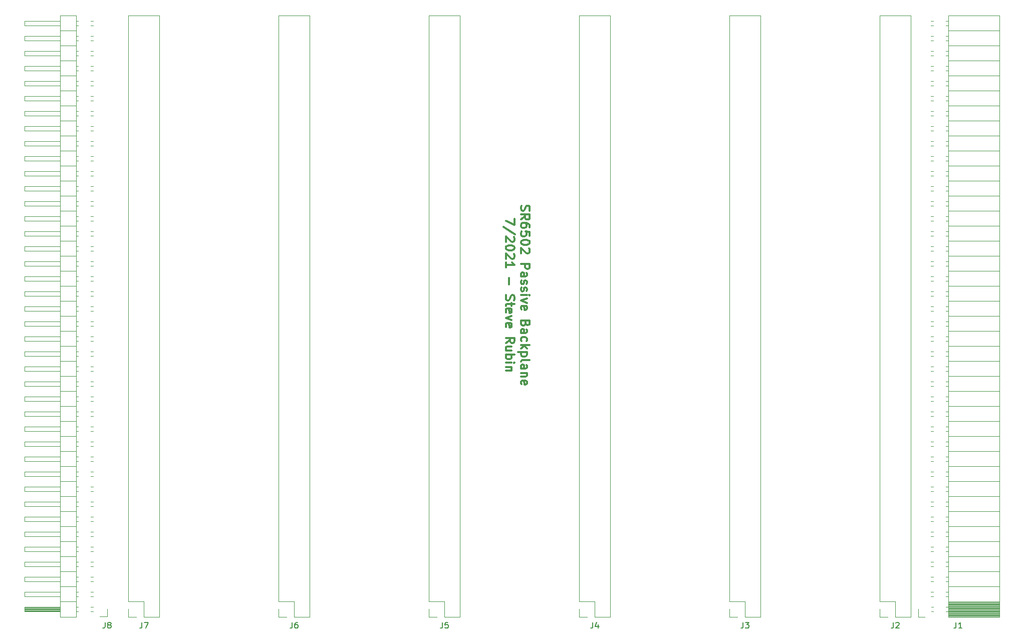
<source format=gbr>
%TF.GenerationSoftware,KiCad,Pcbnew,(5.1.10-1-10_14)*%
%TF.CreationDate,2021-07-17T22:38:12-07:00*%
%TF.ProjectId,Backplane,4261636b-706c-4616-9e65-2e6b69636164,rev?*%
%TF.SameCoordinates,Original*%
%TF.FileFunction,Legend,Top*%
%TF.FilePolarity,Positive*%
%FSLAX46Y46*%
G04 Gerber Fmt 4.6, Leading zero omitted, Abs format (unit mm)*
G04 Created by KiCad (PCBNEW (5.1.10-1-10_14)) date 2021-07-17 22:38:12*
%MOMM*%
%LPD*%
G01*
G04 APERTURE LIST*
%ADD10C,0.300000*%
%ADD11C,0.120000*%
%ADD12C,0.150000*%
G04 APERTURE END LIST*
D10*
X155226857Y-74646142D02*
X155155428Y-74860428D01*
X155155428Y-75217571D01*
X155226857Y-75360428D01*
X155298285Y-75431857D01*
X155441142Y-75503285D01*
X155584000Y-75503285D01*
X155726857Y-75431857D01*
X155798285Y-75360428D01*
X155869714Y-75217571D01*
X155941142Y-74931857D01*
X156012571Y-74789000D01*
X156084000Y-74717571D01*
X156226857Y-74646142D01*
X156369714Y-74646142D01*
X156512571Y-74717571D01*
X156584000Y-74789000D01*
X156655428Y-74931857D01*
X156655428Y-75289000D01*
X156584000Y-75503285D01*
X155155428Y-77003285D02*
X155869714Y-76503285D01*
X155155428Y-76146142D02*
X156655428Y-76146142D01*
X156655428Y-76717571D01*
X156584000Y-76860428D01*
X156512571Y-76931857D01*
X156369714Y-77003285D01*
X156155428Y-77003285D01*
X156012571Y-76931857D01*
X155941142Y-76860428D01*
X155869714Y-76717571D01*
X155869714Y-76146142D01*
X156655428Y-78289000D02*
X156655428Y-78003285D01*
X156584000Y-77860428D01*
X156512571Y-77789000D01*
X156298285Y-77646142D01*
X156012571Y-77574714D01*
X155441142Y-77574714D01*
X155298285Y-77646142D01*
X155226857Y-77717571D01*
X155155428Y-77860428D01*
X155155428Y-78146142D01*
X155226857Y-78289000D01*
X155298285Y-78360428D01*
X155441142Y-78431857D01*
X155798285Y-78431857D01*
X155941142Y-78360428D01*
X156012571Y-78289000D01*
X156084000Y-78146142D01*
X156084000Y-77860428D01*
X156012571Y-77717571D01*
X155941142Y-77646142D01*
X155798285Y-77574714D01*
X156655428Y-79789000D02*
X156655428Y-79074714D01*
X155941142Y-79003285D01*
X156012571Y-79074714D01*
X156084000Y-79217571D01*
X156084000Y-79574714D01*
X156012571Y-79717571D01*
X155941142Y-79789000D01*
X155798285Y-79860428D01*
X155441142Y-79860428D01*
X155298285Y-79789000D01*
X155226857Y-79717571D01*
X155155428Y-79574714D01*
X155155428Y-79217571D01*
X155226857Y-79074714D01*
X155298285Y-79003285D01*
X156655428Y-80789000D02*
X156655428Y-80931857D01*
X156584000Y-81074714D01*
X156512571Y-81146142D01*
X156369714Y-81217571D01*
X156084000Y-81289000D01*
X155726857Y-81289000D01*
X155441142Y-81217571D01*
X155298285Y-81146142D01*
X155226857Y-81074714D01*
X155155428Y-80931857D01*
X155155428Y-80789000D01*
X155226857Y-80646142D01*
X155298285Y-80574714D01*
X155441142Y-80503285D01*
X155726857Y-80431857D01*
X156084000Y-80431857D01*
X156369714Y-80503285D01*
X156512571Y-80574714D01*
X156584000Y-80646142D01*
X156655428Y-80789000D01*
X156512571Y-81860428D02*
X156584000Y-81931857D01*
X156655428Y-82074714D01*
X156655428Y-82431857D01*
X156584000Y-82574714D01*
X156512571Y-82646142D01*
X156369714Y-82717571D01*
X156226857Y-82717571D01*
X156012571Y-82646142D01*
X155155428Y-81789000D01*
X155155428Y-82717571D01*
X155155428Y-84503285D02*
X156655428Y-84503285D01*
X156655428Y-85074714D01*
X156584000Y-85217571D01*
X156512571Y-85289000D01*
X156369714Y-85360428D01*
X156155428Y-85360428D01*
X156012571Y-85289000D01*
X155941142Y-85217571D01*
X155869714Y-85074714D01*
X155869714Y-84503285D01*
X155155428Y-86646142D02*
X155941142Y-86646142D01*
X156084000Y-86574714D01*
X156155428Y-86431857D01*
X156155428Y-86146142D01*
X156084000Y-86003285D01*
X155226857Y-86646142D02*
X155155428Y-86503285D01*
X155155428Y-86146142D01*
X155226857Y-86003285D01*
X155369714Y-85931857D01*
X155512571Y-85931857D01*
X155655428Y-86003285D01*
X155726857Y-86146142D01*
X155726857Y-86503285D01*
X155798285Y-86646142D01*
X155226857Y-87289000D02*
X155155428Y-87431857D01*
X155155428Y-87717571D01*
X155226857Y-87860428D01*
X155369714Y-87931857D01*
X155441142Y-87931857D01*
X155584000Y-87860428D01*
X155655428Y-87717571D01*
X155655428Y-87503285D01*
X155726857Y-87360428D01*
X155869714Y-87289000D01*
X155941142Y-87289000D01*
X156084000Y-87360428D01*
X156155428Y-87503285D01*
X156155428Y-87717571D01*
X156084000Y-87860428D01*
X155226857Y-88503285D02*
X155155428Y-88646142D01*
X155155428Y-88931857D01*
X155226857Y-89074714D01*
X155369714Y-89146142D01*
X155441142Y-89146142D01*
X155584000Y-89074714D01*
X155655428Y-88931857D01*
X155655428Y-88717571D01*
X155726857Y-88574714D01*
X155869714Y-88503285D01*
X155941142Y-88503285D01*
X156084000Y-88574714D01*
X156155428Y-88717571D01*
X156155428Y-88931857D01*
X156084000Y-89074714D01*
X155155428Y-89789000D02*
X156155428Y-89789000D01*
X156655428Y-89789000D02*
X156584000Y-89717571D01*
X156512571Y-89789000D01*
X156584000Y-89860428D01*
X156655428Y-89789000D01*
X156512571Y-89789000D01*
X156155428Y-90360428D02*
X155155428Y-90717571D01*
X156155428Y-91074714D01*
X155226857Y-92217571D02*
X155155428Y-92074714D01*
X155155428Y-91789000D01*
X155226857Y-91646142D01*
X155369714Y-91574714D01*
X155941142Y-91574714D01*
X156084000Y-91646142D01*
X156155428Y-91789000D01*
X156155428Y-92074714D01*
X156084000Y-92217571D01*
X155941142Y-92289000D01*
X155798285Y-92289000D01*
X155655428Y-91574714D01*
X155941142Y-94574714D02*
X155869714Y-94789000D01*
X155798285Y-94860428D01*
X155655428Y-94931857D01*
X155441142Y-94931857D01*
X155298285Y-94860428D01*
X155226857Y-94789000D01*
X155155428Y-94646142D01*
X155155428Y-94074714D01*
X156655428Y-94074714D01*
X156655428Y-94574714D01*
X156584000Y-94717571D01*
X156512571Y-94789000D01*
X156369714Y-94860428D01*
X156226857Y-94860428D01*
X156084000Y-94789000D01*
X156012571Y-94717571D01*
X155941142Y-94574714D01*
X155941142Y-94074714D01*
X155155428Y-96217571D02*
X155941142Y-96217571D01*
X156084000Y-96146142D01*
X156155428Y-96003285D01*
X156155428Y-95717571D01*
X156084000Y-95574714D01*
X155226857Y-96217571D02*
X155155428Y-96074714D01*
X155155428Y-95717571D01*
X155226857Y-95574714D01*
X155369714Y-95503285D01*
X155512571Y-95503285D01*
X155655428Y-95574714D01*
X155726857Y-95717571D01*
X155726857Y-96074714D01*
X155798285Y-96217571D01*
X155226857Y-97574714D02*
X155155428Y-97431857D01*
X155155428Y-97146142D01*
X155226857Y-97003285D01*
X155298285Y-96931857D01*
X155441142Y-96860428D01*
X155869714Y-96860428D01*
X156012571Y-96931857D01*
X156084000Y-97003285D01*
X156155428Y-97146142D01*
X156155428Y-97431857D01*
X156084000Y-97574714D01*
X155155428Y-98217571D02*
X156655428Y-98217571D01*
X155726857Y-98360428D02*
X155155428Y-98789000D01*
X156155428Y-98789000D02*
X155584000Y-98217571D01*
X156155428Y-99431857D02*
X154655428Y-99431857D01*
X156084000Y-99431857D02*
X156155428Y-99574714D01*
X156155428Y-99860428D01*
X156084000Y-100003285D01*
X156012571Y-100074714D01*
X155869714Y-100146142D01*
X155441142Y-100146142D01*
X155298285Y-100074714D01*
X155226857Y-100003285D01*
X155155428Y-99860428D01*
X155155428Y-99574714D01*
X155226857Y-99431857D01*
X155155428Y-101003285D02*
X155226857Y-100860428D01*
X155369714Y-100789000D01*
X156655428Y-100789000D01*
X155155428Y-102217571D02*
X155941142Y-102217571D01*
X156084000Y-102146142D01*
X156155428Y-102003285D01*
X156155428Y-101717571D01*
X156084000Y-101574714D01*
X155226857Y-102217571D02*
X155155428Y-102074714D01*
X155155428Y-101717571D01*
X155226857Y-101574714D01*
X155369714Y-101503285D01*
X155512571Y-101503285D01*
X155655428Y-101574714D01*
X155726857Y-101717571D01*
X155726857Y-102074714D01*
X155798285Y-102217571D01*
X156155428Y-102931857D02*
X155155428Y-102931857D01*
X156012571Y-102931857D02*
X156084000Y-103003285D01*
X156155428Y-103146142D01*
X156155428Y-103360428D01*
X156084000Y-103503285D01*
X155941142Y-103574714D01*
X155155428Y-103574714D01*
X155226857Y-104860428D02*
X155155428Y-104717571D01*
X155155428Y-104431857D01*
X155226857Y-104289000D01*
X155369714Y-104217571D01*
X155941142Y-104217571D01*
X156084000Y-104289000D01*
X156155428Y-104431857D01*
X156155428Y-104717571D01*
X156084000Y-104860428D01*
X155941142Y-104931857D01*
X155798285Y-104931857D01*
X155655428Y-104217571D01*
X154105428Y-76860428D02*
X154105428Y-77860428D01*
X152605428Y-77217571D01*
X154176857Y-79503285D02*
X152248285Y-78217571D01*
X153962571Y-79931857D02*
X154034000Y-80003285D01*
X154105428Y-80146142D01*
X154105428Y-80503285D01*
X154034000Y-80646142D01*
X153962571Y-80717571D01*
X153819714Y-80789000D01*
X153676857Y-80789000D01*
X153462571Y-80717571D01*
X152605428Y-79860428D01*
X152605428Y-80789000D01*
X154105428Y-81717571D02*
X154105428Y-81860428D01*
X154034000Y-82003285D01*
X153962571Y-82074714D01*
X153819714Y-82146142D01*
X153534000Y-82217571D01*
X153176857Y-82217571D01*
X152891142Y-82146142D01*
X152748285Y-82074714D01*
X152676857Y-82003285D01*
X152605428Y-81860428D01*
X152605428Y-81717571D01*
X152676857Y-81574714D01*
X152748285Y-81503285D01*
X152891142Y-81431857D01*
X153176857Y-81360428D01*
X153534000Y-81360428D01*
X153819714Y-81431857D01*
X153962571Y-81503285D01*
X154034000Y-81574714D01*
X154105428Y-81717571D01*
X153962571Y-82789000D02*
X154034000Y-82860428D01*
X154105428Y-83003285D01*
X154105428Y-83360428D01*
X154034000Y-83503285D01*
X153962571Y-83574714D01*
X153819714Y-83646142D01*
X153676857Y-83646142D01*
X153462571Y-83574714D01*
X152605428Y-82717571D01*
X152605428Y-83646142D01*
X152605428Y-85074714D02*
X152605428Y-84217571D01*
X152605428Y-84646142D02*
X154105428Y-84646142D01*
X153891142Y-84503285D01*
X153748285Y-84360428D01*
X153676857Y-84217571D01*
X153176857Y-86860428D02*
X153176857Y-88003285D01*
X152676857Y-89789000D02*
X152605428Y-90003285D01*
X152605428Y-90360428D01*
X152676857Y-90503285D01*
X152748285Y-90574714D01*
X152891142Y-90646142D01*
X153034000Y-90646142D01*
X153176857Y-90574714D01*
X153248285Y-90503285D01*
X153319714Y-90360428D01*
X153391142Y-90074714D01*
X153462571Y-89931857D01*
X153534000Y-89860428D01*
X153676857Y-89789000D01*
X153819714Y-89789000D01*
X153962571Y-89860428D01*
X154034000Y-89931857D01*
X154105428Y-90074714D01*
X154105428Y-90431857D01*
X154034000Y-90646142D01*
X153605428Y-91074714D02*
X153605428Y-91646142D01*
X154105428Y-91289000D02*
X152819714Y-91289000D01*
X152676857Y-91360428D01*
X152605428Y-91503285D01*
X152605428Y-91646142D01*
X152676857Y-92717571D02*
X152605428Y-92574714D01*
X152605428Y-92289000D01*
X152676857Y-92146142D01*
X152819714Y-92074714D01*
X153391142Y-92074714D01*
X153534000Y-92146142D01*
X153605428Y-92289000D01*
X153605428Y-92574714D01*
X153534000Y-92717571D01*
X153391142Y-92789000D01*
X153248285Y-92789000D01*
X153105428Y-92074714D01*
X153605428Y-93289000D02*
X152605428Y-93646142D01*
X153605428Y-94003285D01*
X152676857Y-95146142D02*
X152605428Y-95003285D01*
X152605428Y-94717571D01*
X152676857Y-94574714D01*
X152819714Y-94503285D01*
X153391142Y-94503285D01*
X153534000Y-94574714D01*
X153605428Y-94717571D01*
X153605428Y-95003285D01*
X153534000Y-95146142D01*
X153391142Y-95217571D01*
X153248285Y-95217571D01*
X153105428Y-94503285D01*
X152605428Y-97860428D02*
X153319714Y-97360428D01*
X152605428Y-97003285D02*
X154105428Y-97003285D01*
X154105428Y-97574714D01*
X154034000Y-97717571D01*
X153962571Y-97789000D01*
X153819714Y-97860428D01*
X153605428Y-97860428D01*
X153462571Y-97789000D01*
X153391142Y-97717571D01*
X153319714Y-97574714D01*
X153319714Y-97003285D01*
X153605428Y-99146142D02*
X152605428Y-99146142D01*
X153605428Y-98503285D02*
X152819714Y-98503285D01*
X152676857Y-98574714D01*
X152605428Y-98717571D01*
X152605428Y-98931857D01*
X152676857Y-99074714D01*
X152748285Y-99146142D01*
X152605428Y-99860428D02*
X154105428Y-99860428D01*
X153534000Y-99860428D02*
X153605428Y-100003285D01*
X153605428Y-100289000D01*
X153534000Y-100431857D01*
X153462571Y-100503285D01*
X153319714Y-100574714D01*
X152891142Y-100574714D01*
X152748285Y-100503285D01*
X152676857Y-100431857D01*
X152605428Y-100289000D01*
X152605428Y-100003285D01*
X152676857Y-99860428D01*
X152605428Y-101217571D02*
X153605428Y-101217571D01*
X154105428Y-101217571D02*
X154034000Y-101146142D01*
X153962571Y-101217571D01*
X154034000Y-101289000D01*
X154105428Y-101217571D01*
X153962571Y-101217571D01*
X153605428Y-101931857D02*
X152605428Y-101931857D01*
X153462571Y-101931857D02*
X153534000Y-102003285D01*
X153605428Y-102146142D01*
X153605428Y-102360428D01*
X153534000Y-102503285D01*
X153391142Y-102574714D01*
X152605428Y-102574714D01*
D11*
%TO.C,J3*%
X191770000Y-144205000D02*
X190440000Y-144205000D01*
X190440000Y-144205000D02*
X190440000Y-142875000D01*
X193040000Y-144205000D02*
X193040000Y-141605000D01*
X193040000Y-141605000D02*
X190440000Y-141605000D01*
X190440000Y-141605000D02*
X190440000Y-42485000D01*
X195640000Y-42485000D02*
X190440000Y-42485000D01*
X195640000Y-144205000D02*
X195640000Y-42485000D01*
X195640000Y-144205000D02*
X193040000Y-144205000D01*
%TO.C,J1*%
X236023000Y-144085000D02*
X227393000Y-144085000D01*
X236023000Y-143966905D02*
X227393000Y-143966905D01*
X236023000Y-143848810D02*
X227393000Y-143848810D01*
X236023000Y-143730715D02*
X227393000Y-143730715D01*
X236023000Y-143612620D02*
X227393000Y-143612620D01*
X236023000Y-143494525D02*
X227393000Y-143494525D01*
X236023000Y-143376430D02*
X227393000Y-143376430D01*
X236023000Y-143258335D02*
X227393000Y-143258335D01*
X236023000Y-143140240D02*
X227393000Y-143140240D01*
X236023000Y-143022145D02*
X227393000Y-143022145D01*
X236023000Y-142904050D02*
X227393000Y-142904050D01*
X236023000Y-142785955D02*
X227393000Y-142785955D01*
X236023000Y-142667860D02*
X227393000Y-142667860D01*
X236023000Y-142549765D02*
X227393000Y-142549765D01*
X236023000Y-142431670D02*
X227393000Y-142431670D01*
X236023000Y-142313575D02*
X227393000Y-142313575D01*
X236023000Y-142195480D02*
X227393000Y-142195480D01*
X236023000Y-142077385D02*
X227393000Y-142077385D01*
X236023000Y-141959290D02*
X227393000Y-141959290D01*
X236023000Y-141841195D02*
X227393000Y-141841195D01*
X236023000Y-141723100D02*
X227393000Y-141723100D01*
X227393000Y-143235000D02*
X226983000Y-143235000D01*
X224883000Y-143235000D02*
X224503000Y-143235000D01*
X227393000Y-142515000D02*
X226983000Y-142515000D01*
X224883000Y-142515000D02*
X224503000Y-142515000D01*
X227393000Y-140695000D02*
X226983000Y-140695000D01*
X224883000Y-140695000D02*
X224443000Y-140695000D01*
X227393000Y-139975000D02*
X226983000Y-139975000D01*
X224883000Y-139975000D02*
X224443000Y-139975000D01*
X227393000Y-138155000D02*
X226983000Y-138155000D01*
X224883000Y-138155000D02*
X224443000Y-138155000D01*
X227393000Y-137435000D02*
X226983000Y-137435000D01*
X224883000Y-137435000D02*
X224443000Y-137435000D01*
X227393000Y-135615000D02*
X226983000Y-135615000D01*
X224883000Y-135615000D02*
X224443000Y-135615000D01*
X227393000Y-134895000D02*
X226983000Y-134895000D01*
X224883000Y-134895000D02*
X224443000Y-134895000D01*
X227393000Y-133075000D02*
X226983000Y-133075000D01*
X224883000Y-133075000D02*
X224443000Y-133075000D01*
X227393000Y-132355000D02*
X226983000Y-132355000D01*
X224883000Y-132355000D02*
X224443000Y-132355000D01*
X227393000Y-130535000D02*
X226983000Y-130535000D01*
X224883000Y-130535000D02*
X224443000Y-130535000D01*
X227393000Y-129815000D02*
X226983000Y-129815000D01*
X224883000Y-129815000D02*
X224443000Y-129815000D01*
X227393000Y-127995000D02*
X226983000Y-127995000D01*
X224883000Y-127995000D02*
X224443000Y-127995000D01*
X227393000Y-127275000D02*
X226983000Y-127275000D01*
X224883000Y-127275000D02*
X224443000Y-127275000D01*
X227393000Y-125455000D02*
X226983000Y-125455000D01*
X224883000Y-125455000D02*
X224443000Y-125455000D01*
X227393000Y-124735000D02*
X226983000Y-124735000D01*
X224883000Y-124735000D02*
X224443000Y-124735000D01*
X227393000Y-122915000D02*
X226983000Y-122915000D01*
X224883000Y-122915000D02*
X224443000Y-122915000D01*
X227393000Y-122195000D02*
X226983000Y-122195000D01*
X224883000Y-122195000D02*
X224443000Y-122195000D01*
X227393000Y-120375000D02*
X226983000Y-120375000D01*
X224883000Y-120375000D02*
X224443000Y-120375000D01*
X227393000Y-119655000D02*
X226983000Y-119655000D01*
X224883000Y-119655000D02*
X224443000Y-119655000D01*
X227393000Y-117835000D02*
X226983000Y-117835000D01*
X224883000Y-117835000D02*
X224443000Y-117835000D01*
X227393000Y-117115000D02*
X226983000Y-117115000D01*
X224883000Y-117115000D02*
X224443000Y-117115000D01*
X227393000Y-115295000D02*
X226983000Y-115295000D01*
X224883000Y-115295000D02*
X224443000Y-115295000D01*
X227393000Y-114575000D02*
X226983000Y-114575000D01*
X224883000Y-114575000D02*
X224443000Y-114575000D01*
X227393000Y-112755000D02*
X226983000Y-112755000D01*
X224883000Y-112755000D02*
X224443000Y-112755000D01*
X227393000Y-112035000D02*
X226983000Y-112035000D01*
X224883000Y-112035000D02*
X224443000Y-112035000D01*
X227393000Y-110215000D02*
X226983000Y-110215000D01*
X224883000Y-110215000D02*
X224443000Y-110215000D01*
X227393000Y-109495000D02*
X226983000Y-109495000D01*
X224883000Y-109495000D02*
X224443000Y-109495000D01*
X227393000Y-107675000D02*
X226983000Y-107675000D01*
X224883000Y-107675000D02*
X224443000Y-107675000D01*
X227393000Y-106955000D02*
X226983000Y-106955000D01*
X224883000Y-106955000D02*
X224443000Y-106955000D01*
X227393000Y-105135000D02*
X226983000Y-105135000D01*
X224883000Y-105135000D02*
X224443000Y-105135000D01*
X227393000Y-104415000D02*
X226983000Y-104415000D01*
X224883000Y-104415000D02*
X224443000Y-104415000D01*
X227393000Y-102595000D02*
X226983000Y-102595000D01*
X224883000Y-102595000D02*
X224443000Y-102595000D01*
X227393000Y-101875000D02*
X226983000Y-101875000D01*
X224883000Y-101875000D02*
X224443000Y-101875000D01*
X227393000Y-100055000D02*
X226983000Y-100055000D01*
X224883000Y-100055000D02*
X224443000Y-100055000D01*
X227393000Y-99335000D02*
X226983000Y-99335000D01*
X224883000Y-99335000D02*
X224443000Y-99335000D01*
X227393000Y-97515000D02*
X226983000Y-97515000D01*
X224883000Y-97515000D02*
X224443000Y-97515000D01*
X227393000Y-96795000D02*
X226983000Y-96795000D01*
X224883000Y-96795000D02*
X224443000Y-96795000D01*
X227393000Y-94975000D02*
X226983000Y-94975000D01*
X224883000Y-94975000D02*
X224443000Y-94975000D01*
X227393000Y-94255000D02*
X226983000Y-94255000D01*
X224883000Y-94255000D02*
X224443000Y-94255000D01*
X227393000Y-92435000D02*
X226983000Y-92435000D01*
X224883000Y-92435000D02*
X224443000Y-92435000D01*
X227393000Y-91715000D02*
X226983000Y-91715000D01*
X224883000Y-91715000D02*
X224443000Y-91715000D01*
X227393000Y-89895000D02*
X226983000Y-89895000D01*
X224883000Y-89895000D02*
X224443000Y-89895000D01*
X227393000Y-89175000D02*
X226983000Y-89175000D01*
X224883000Y-89175000D02*
X224443000Y-89175000D01*
X227393000Y-87355000D02*
X226983000Y-87355000D01*
X224883000Y-87355000D02*
X224443000Y-87355000D01*
X227393000Y-86635000D02*
X226983000Y-86635000D01*
X224883000Y-86635000D02*
X224443000Y-86635000D01*
X227393000Y-84815000D02*
X226983000Y-84815000D01*
X224883000Y-84815000D02*
X224443000Y-84815000D01*
X227393000Y-84095000D02*
X226983000Y-84095000D01*
X224883000Y-84095000D02*
X224443000Y-84095000D01*
X227393000Y-82275000D02*
X226983000Y-82275000D01*
X224883000Y-82275000D02*
X224443000Y-82275000D01*
X227393000Y-81555000D02*
X226983000Y-81555000D01*
X224883000Y-81555000D02*
X224443000Y-81555000D01*
X227393000Y-79735000D02*
X226983000Y-79735000D01*
X224883000Y-79735000D02*
X224443000Y-79735000D01*
X227393000Y-79015000D02*
X226983000Y-79015000D01*
X224883000Y-79015000D02*
X224443000Y-79015000D01*
X227393000Y-77195000D02*
X226983000Y-77195000D01*
X224883000Y-77195000D02*
X224443000Y-77195000D01*
X227393000Y-76475000D02*
X226983000Y-76475000D01*
X224883000Y-76475000D02*
X224443000Y-76475000D01*
X227393000Y-74655000D02*
X226983000Y-74655000D01*
X224883000Y-74655000D02*
X224443000Y-74655000D01*
X227393000Y-73935000D02*
X226983000Y-73935000D01*
X224883000Y-73935000D02*
X224443000Y-73935000D01*
X227393000Y-72115000D02*
X226983000Y-72115000D01*
X224883000Y-72115000D02*
X224443000Y-72115000D01*
X227393000Y-71395000D02*
X226983000Y-71395000D01*
X224883000Y-71395000D02*
X224443000Y-71395000D01*
X227393000Y-69575000D02*
X226983000Y-69575000D01*
X224883000Y-69575000D02*
X224443000Y-69575000D01*
X227393000Y-68855000D02*
X226983000Y-68855000D01*
X224883000Y-68855000D02*
X224443000Y-68855000D01*
X227393000Y-67035000D02*
X226983000Y-67035000D01*
X224883000Y-67035000D02*
X224443000Y-67035000D01*
X227393000Y-66315000D02*
X226983000Y-66315000D01*
X224883000Y-66315000D02*
X224443000Y-66315000D01*
X227393000Y-64495000D02*
X226983000Y-64495000D01*
X224883000Y-64495000D02*
X224443000Y-64495000D01*
X227393000Y-63775000D02*
X226983000Y-63775000D01*
X224883000Y-63775000D02*
X224443000Y-63775000D01*
X227393000Y-61955000D02*
X226983000Y-61955000D01*
X224883000Y-61955000D02*
X224443000Y-61955000D01*
X227393000Y-61235000D02*
X226983000Y-61235000D01*
X224883000Y-61235000D02*
X224443000Y-61235000D01*
X227393000Y-59415000D02*
X226983000Y-59415000D01*
X224883000Y-59415000D02*
X224443000Y-59415000D01*
X227393000Y-58695000D02*
X226983000Y-58695000D01*
X224883000Y-58695000D02*
X224443000Y-58695000D01*
X227393000Y-56875000D02*
X226983000Y-56875000D01*
X224883000Y-56875000D02*
X224443000Y-56875000D01*
X227393000Y-56155000D02*
X226983000Y-56155000D01*
X224883000Y-56155000D02*
X224443000Y-56155000D01*
X227393000Y-54335000D02*
X226983000Y-54335000D01*
X224883000Y-54335000D02*
X224443000Y-54335000D01*
X227393000Y-53615000D02*
X226983000Y-53615000D01*
X224883000Y-53615000D02*
X224443000Y-53615000D01*
X227393000Y-51795000D02*
X226983000Y-51795000D01*
X224883000Y-51795000D02*
X224443000Y-51795000D01*
X227393000Y-51075000D02*
X226983000Y-51075000D01*
X224883000Y-51075000D02*
X224443000Y-51075000D01*
X227393000Y-49255000D02*
X226983000Y-49255000D01*
X224883000Y-49255000D02*
X224443000Y-49255000D01*
X227393000Y-48535000D02*
X226983000Y-48535000D01*
X224883000Y-48535000D02*
X224443000Y-48535000D01*
X227393000Y-46715000D02*
X226983000Y-46715000D01*
X224883000Y-46715000D02*
X224443000Y-46715000D01*
X227393000Y-45995000D02*
X226983000Y-45995000D01*
X224883000Y-45995000D02*
X224443000Y-45995000D01*
X227393000Y-44175000D02*
X226983000Y-44175000D01*
X224883000Y-44175000D02*
X224443000Y-44175000D01*
X227393000Y-43455000D02*
X226983000Y-43455000D01*
X224883000Y-43455000D02*
X224443000Y-43455000D01*
X236023000Y-141605000D02*
X227393000Y-141605000D01*
X236023000Y-139065000D02*
X227393000Y-139065000D01*
X236023000Y-136525000D02*
X227393000Y-136525000D01*
X236023000Y-133985000D02*
X227393000Y-133985000D01*
X236023000Y-131445000D02*
X227393000Y-131445000D01*
X236023000Y-128905000D02*
X227393000Y-128905000D01*
X236023000Y-126365000D02*
X227393000Y-126365000D01*
X236023000Y-123825000D02*
X227393000Y-123825000D01*
X236023000Y-121285000D02*
X227393000Y-121285000D01*
X236023000Y-118745000D02*
X227393000Y-118745000D01*
X236023000Y-116205000D02*
X227393000Y-116205000D01*
X236023000Y-113665000D02*
X227393000Y-113665000D01*
X236023000Y-111125000D02*
X227393000Y-111125000D01*
X236023000Y-108585000D02*
X227393000Y-108585000D01*
X236023000Y-106045000D02*
X227393000Y-106045000D01*
X236023000Y-103505000D02*
X227393000Y-103505000D01*
X236023000Y-100965000D02*
X227393000Y-100965000D01*
X236023000Y-98425000D02*
X227393000Y-98425000D01*
X236023000Y-95885000D02*
X227393000Y-95885000D01*
X236023000Y-93345000D02*
X227393000Y-93345000D01*
X236023000Y-90805000D02*
X227393000Y-90805000D01*
X236023000Y-88265000D02*
X227393000Y-88265000D01*
X236023000Y-85725000D02*
X227393000Y-85725000D01*
X236023000Y-83185000D02*
X227393000Y-83185000D01*
X236023000Y-80645000D02*
X227393000Y-80645000D01*
X236023000Y-78105000D02*
X227393000Y-78105000D01*
X236023000Y-75565000D02*
X227393000Y-75565000D01*
X236023000Y-73025000D02*
X227393000Y-73025000D01*
X236023000Y-70485000D02*
X227393000Y-70485000D01*
X236023000Y-67945000D02*
X227393000Y-67945000D01*
X236023000Y-65405000D02*
X227393000Y-65405000D01*
X236023000Y-62865000D02*
X227393000Y-62865000D01*
X236023000Y-60325000D02*
X227393000Y-60325000D01*
X236023000Y-57785000D02*
X227393000Y-57785000D01*
X236023000Y-55245000D02*
X227393000Y-55245000D01*
X236023000Y-52705000D02*
X227393000Y-52705000D01*
X236023000Y-50165000D02*
X227393000Y-50165000D01*
X236023000Y-47625000D02*
X227393000Y-47625000D01*
X236023000Y-45085000D02*
X227393000Y-45085000D01*
X236023000Y-144205000D02*
X227393000Y-144205000D01*
X227393000Y-144205000D02*
X227393000Y-42485000D01*
X236023000Y-42485000D02*
X227393000Y-42485000D01*
X236023000Y-144205000D02*
X236023000Y-42485000D01*
X222283000Y-144205000D02*
X222283000Y-142875000D01*
X223393000Y-144205000D02*
X222283000Y-144205000D01*
%TO.C,J7*%
X90170000Y-144205000D02*
X88840000Y-144205000D01*
X88840000Y-144205000D02*
X88840000Y-142875000D01*
X91440000Y-144205000D02*
X91440000Y-141605000D01*
X91440000Y-141605000D02*
X88840000Y-141605000D01*
X88840000Y-141605000D02*
X88840000Y-42485000D01*
X94040000Y-42485000D02*
X88840000Y-42485000D01*
X94040000Y-144205000D02*
X94040000Y-42485000D01*
X94040000Y-144205000D02*
X91440000Y-144205000D01*
%TO.C,J8*%
X79967000Y-144205000D02*
X79967000Y-42485000D01*
X79967000Y-42485000D02*
X77307000Y-42485000D01*
X77307000Y-42485000D02*
X77307000Y-144205000D01*
X77307000Y-144205000D02*
X79967000Y-144205000D01*
X77307000Y-143255000D02*
X71307000Y-143255000D01*
X71307000Y-143255000D02*
X71307000Y-142495000D01*
X71307000Y-142495000D02*
X77307000Y-142495000D01*
X77307000Y-143195000D02*
X71307000Y-143195000D01*
X77307000Y-143075000D02*
X71307000Y-143075000D01*
X77307000Y-142955000D02*
X71307000Y-142955000D01*
X77307000Y-142835000D02*
X71307000Y-142835000D01*
X77307000Y-142715000D02*
X71307000Y-142715000D01*
X77307000Y-142595000D02*
X71307000Y-142595000D01*
X80364071Y-143255000D02*
X79967000Y-143255000D01*
X80364071Y-142495000D02*
X79967000Y-142495000D01*
X82837000Y-143255000D02*
X82449929Y-143255000D01*
X82837000Y-142495000D02*
X82449929Y-142495000D01*
X79967000Y-141605000D02*
X77307000Y-141605000D01*
X77307000Y-140715000D02*
X71307000Y-140715000D01*
X71307000Y-140715000D02*
X71307000Y-139955000D01*
X71307000Y-139955000D02*
X77307000Y-139955000D01*
X80364071Y-140715000D02*
X79967000Y-140715000D01*
X80364071Y-139955000D02*
X79967000Y-139955000D01*
X82904071Y-140715000D02*
X82449929Y-140715000D01*
X82904071Y-139955000D02*
X82449929Y-139955000D01*
X79967000Y-139065000D02*
X77307000Y-139065000D01*
X77307000Y-138175000D02*
X71307000Y-138175000D01*
X71307000Y-138175000D02*
X71307000Y-137415000D01*
X71307000Y-137415000D02*
X77307000Y-137415000D01*
X80364071Y-138175000D02*
X79967000Y-138175000D01*
X80364071Y-137415000D02*
X79967000Y-137415000D01*
X82904071Y-138175000D02*
X82449929Y-138175000D01*
X82904071Y-137415000D02*
X82449929Y-137415000D01*
X79967000Y-136525000D02*
X77307000Y-136525000D01*
X77307000Y-135635000D02*
X71307000Y-135635000D01*
X71307000Y-135635000D02*
X71307000Y-134875000D01*
X71307000Y-134875000D02*
X77307000Y-134875000D01*
X80364071Y-135635000D02*
X79967000Y-135635000D01*
X80364071Y-134875000D02*
X79967000Y-134875000D01*
X82904071Y-135635000D02*
X82449929Y-135635000D01*
X82904071Y-134875000D02*
X82449929Y-134875000D01*
X79967000Y-133985000D02*
X77307000Y-133985000D01*
X77307000Y-133095000D02*
X71307000Y-133095000D01*
X71307000Y-133095000D02*
X71307000Y-132335000D01*
X71307000Y-132335000D02*
X77307000Y-132335000D01*
X80364071Y-133095000D02*
X79967000Y-133095000D01*
X80364071Y-132335000D02*
X79967000Y-132335000D01*
X82904071Y-133095000D02*
X82449929Y-133095000D01*
X82904071Y-132335000D02*
X82449929Y-132335000D01*
X79967000Y-131445000D02*
X77307000Y-131445000D01*
X77307000Y-130555000D02*
X71307000Y-130555000D01*
X71307000Y-130555000D02*
X71307000Y-129795000D01*
X71307000Y-129795000D02*
X77307000Y-129795000D01*
X80364071Y-130555000D02*
X79967000Y-130555000D01*
X80364071Y-129795000D02*
X79967000Y-129795000D01*
X82904071Y-130555000D02*
X82449929Y-130555000D01*
X82904071Y-129795000D02*
X82449929Y-129795000D01*
X79967000Y-128905000D02*
X77307000Y-128905000D01*
X77307000Y-128015000D02*
X71307000Y-128015000D01*
X71307000Y-128015000D02*
X71307000Y-127255000D01*
X71307000Y-127255000D02*
X77307000Y-127255000D01*
X80364071Y-128015000D02*
X79967000Y-128015000D01*
X80364071Y-127255000D02*
X79967000Y-127255000D01*
X82904071Y-128015000D02*
X82449929Y-128015000D01*
X82904071Y-127255000D02*
X82449929Y-127255000D01*
X79967000Y-126365000D02*
X77307000Y-126365000D01*
X77307000Y-125475000D02*
X71307000Y-125475000D01*
X71307000Y-125475000D02*
X71307000Y-124715000D01*
X71307000Y-124715000D02*
X77307000Y-124715000D01*
X80364071Y-125475000D02*
X79967000Y-125475000D01*
X80364071Y-124715000D02*
X79967000Y-124715000D01*
X82904071Y-125475000D02*
X82449929Y-125475000D01*
X82904071Y-124715000D02*
X82449929Y-124715000D01*
X79967000Y-123825000D02*
X77307000Y-123825000D01*
X77307000Y-122935000D02*
X71307000Y-122935000D01*
X71307000Y-122935000D02*
X71307000Y-122175000D01*
X71307000Y-122175000D02*
X77307000Y-122175000D01*
X80364071Y-122935000D02*
X79967000Y-122935000D01*
X80364071Y-122175000D02*
X79967000Y-122175000D01*
X82904071Y-122935000D02*
X82449929Y-122935000D01*
X82904071Y-122175000D02*
X82449929Y-122175000D01*
X79967000Y-121285000D02*
X77307000Y-121285000D01*
X77307000Y-120395000D02*
X71307000Y-120395000D01*
X71307000Y-120395000D02*
X71307000Y-119635000D01*
X71307000Y-119635000D02*
X77307000Y-119635000D01*
X80364071Y-120395000D02*
X79967000Y-120395000D01*
X80364071Y-119635000D02*
X79967000Y-119635000D01*
X82904071Y-120395000D02*
X82449929Y-120395000D01*
X82904071Y-119635000D02*
X82449929Y-119635000D01*
X79967000Y-118745000D02*
X77307000Y-118745000D01*
X77307000Y-117855000D02*
X71307000Y-117855000D01*
X71307000Y-117855000D02*
X71307000Y-117095000D01*
X71307000Y-117095000D02*
X77307000Y-117095000D01*
X80364071Y-117855000D02*
X79967000Y-117855000D01*
X80364071Y-117095000D02*
X79967000Y-117095000D01*
X82904071Y-117855000D02*
X82449929Y-117855000D01*
X82904071Y-117095000D02*
X82449929Y-117095000D01*
X79967000Y-116205000D02*
X77307000Y-116205000D01*
X77307000Y-115315000D02*
X71307000Y-115315000D01*
X71307000Y-115315000D02*
X71307000Y-114555000D01*
X71307000Y-114555000D02*
X77307000Y-114555000D01*
X80364071Y-115315000D02*
X79967000Y-115315000D01*
X80364071Y-114555000D02*
X79967000Y-114555000D01*
X82904071Y-115315000D02*
X82449929Y-115315000D01*
X82904071Y-114555000D02*
X82449929Y-114555000D01*
X79967000Y-113665000D02*
X77307000Y-113665000D01*
X77307000Y-112775000D02*
X71307000Y-112775000D01*
X71307000Y-112775000D02*
X71307000Y-112015000D01*
X71307000Y-112015000D02*
X77307000Y-112015000D01*
X80364071Y-112775000D02*
X79967000Y-112775000D01*
X80364071Y-112015000D02*
X79967000Y-112015000D01*
X82904071Y-112775000D02*
X82449929Y-112775000D01*
X82904071Y-112015000D02*
X82449929Y-112015000D01*
X79967000Y-111125000D02*
X77307000Y-111125000D01*
X77307000Y-110235000D02*
X71307000Y-110235000D01*
X71307000Y-110235000D02*
X71307000Y-109475000D01*
X71307000Y-109475000D02*
X77307000Y-109475000D01*
X80364071Y-110235000D02*
X79967000Y-110235000D01*
X80364071Y-109475000D02*
X79967000Y-109475000D01*
X82904071Y-110235000D02*
X82449929Y-110235000D01*
X82904071Y-109475000D02*
X82449929Y-109475000D01*
X79967000Y-108585000D02*
X77307000Y-108585000D01*
X77307000Y-107695000D02*
X71307000Y-107695000D01*
X71307000Y-107695000D02*
X71307000Y-106935000D01*
X71307000Y-106935000D02*
X77307000Y-106935000D01*
X80364071Y-107695000D02*
X79967000Y-107695000D01*
X80364071Y-106935000D02*
X79967000Y-106935000D01*
X82904071Y-107695000D02*
X82449929Y-107695000D01*
X82904071Y-106935000D02*
X82449929Y-106935000D01*
X79967000Y-106045000D02*
X77307000Y-106045000D01*
X77307000Y-105155000D02*
X71307000Y-105155000D01*
X71307000Y-105155000D02*
X71307000Y-104395000D01*
X71307000Y-104395000D02*
X77307000Y-104395000D01*
X80364071Y-105155000D02*
X79967000Y-105155000D01*
X80364071Y-104395000D02*
X79967000Y-104395000D01*
X82904071Y-105155000D02*
X82449929Y-105155000D01*
X82904071Y-104395000D02*
X82449929Y-104395000D01*
X79967000Y-103505000D02*
X77307000Y-103505000D01*
X77307000Y-102615000D02*
X71307000Y-102615000D01*
X71307000Y-102615000D02*
X71307000Y-101855000D01*
X71307000Y-101855000D02*
X77307000Y-101855000D01*
X80364071Y-102615000D02*
X79967000Y-102615000D01*
X80364071Y-101855000D02*
X79967000Y-101855000D01*
X82904071Y-102615000D02*
X82449929Y-102615000D01*
X82904071Y-101855000D02*
X82449929Y-101855000D01*
X79967000Y-100965000D02*
X77307000Y-100965000D01*
X77307000Y-100075000D02*
X71307000Y-100075000D01*
X71307000Y-100075000D02*
X71307000Y-99315000D01*
X71307000Y-99315000D02*
X77307000Y-99315000D01*
X80364071Y-100075000D02*
X79967000Y-100075000D01*
X80364071Y-99315000D02*
X79967000Y-99315000D01*
X82904071Y-100075000D02*
X82449929Y-100075000D01*
X82904071Y-99315000D02*
X82449929Y-99315000D01*
X79967000Y-98425000D02*
X77307000Y-98425000D01*
X77307000Y-97535000D02*
X71307000Y-97535000D01*
X71307000Y-97535000D02*
X71307000Y-96775000D01*
X71307000Y-96775000D02*
X77307000Y-96775000D01*
X80364071Y-97535000D02*
X79967000Y-97535000D01*
X80364071Y-96775000D02*
X79967000Y-96775000D01*
X82904071Y-97535000D02*
X82449929Y-97535000D01*
X82904071Y-96775000D02*
X82449929Y-96775000D01*
X79967000Y-95885000D02*
X77307000Y-95885000D01*
X77307000Y-94995000D02*
X71307000Y-94995000D01*
X71307000Y-94995000D02*
X71307000Y-94235000D01*
X71307000Y-94235000D02*
X77307000Y-94235000D01*
X80364071Y-94995000D02*
X79967000Y-94995000D01*
X80364071Y-94235000D02*
X79967000Y-94235000D01*
X82904071Y-94995000D02*
X82449929Y-94995000D01*
X82904071Y-94235000D02*
X82449929Y-94235000D01*
X79967000Y-93345000D02*
X77307000Y-93345000D01*
X77307000Y-92455000D02*
X71307000Y-92455000D01*
X71307000Y-92455000D02*
X71307000Y-91695000D01*
X71307000Y-91695000D02*
X77307000Y-91695000D01*
X80364071Y-92455000D02*
X79967000Y-92455000D01*
X80364071Y-91695000D02*
X79967000Y-91695000D01*
X82904071Y-92455000D02*
X82449929Y-92455000D01*
X82904071Y-91695000D02*
X82449929Y-91695000D01*
X79967000Y-90805000D02*
X77307000Y-90805000D01*
X77307000Y-89915000D02*
X71307000Y-89915000D01*
X71307000Y-89915000D02*
X71307000Y-89155000D01*
X71307000Y-89155000D02*
X77307000Y-89155000D01*
X80364071Y-89915000D02*
X79967000Y-89915000D01*
X80364071Y-89155000D02*
X79967000Y-89155000D01*
X82904071Y-89915000D02*
X82449929Y-89915000D01*
X82904071Y-89155000D02*
X82449929Y-89155000D01*
X79967000Y-88265000D02*
X77307000Y-88265000D01*
X77307000Y-87375000D02*
X71307000Y-87375000D01*
X71307000Y-87375000D02*
X71307000Y-86615000D01*
X71307000Y-86615000D02*
X77307000Y-86615000D01*
X80364071Y-87375000D02*
X79967000Y-87375000D01*
X80364071Y-86615000D02*
X79967000Y-86615000D01*
X82904071Y-87375000D02*
X82449929Y-87375000D01*
X82904071Y-86615000D02*
X82449929Y-86615000D01*
X79967000Y-85725000D02*
X77307000Y-85725000D01*
X77307000Y-84835000D02*
X71307000Y-84835000D01*
X71307000Y-84835000D02*
X71307000Y-84075000D01*
X71307000Y-84075000D02*
X77307000Y-84075000D01*
X80364071Y-84835000D02*
X79967000Y-84835000D01*
X80364071Y-84075000D02*
X79967000Y-84075000D01*
X82904071Y-84835000D02*
X82449929Y-84835000D01*
X82904071Y-84075000D02*
X82449929Y-84075000D01*
X79967000Y-83185000D02*
X77307000Y-83185000D01*
X77307000Y-82295000D02*
X71307000Y-82295000D01*
X71307000Y-82295000D02*
X71307000Y-81535000D01*
X71307000Y-81535000D02*
X77307000Y-81535000D01*
X80364071Y-82295000D02*
X79967000Y-82295000D01*
X80364071Y-81535000D02*
X79967000Y-81535000D01*
X82904071Y-82295000D02*
X82449929Y-82295000D01*
X82904071Y-81535000D02*
X82449929Y-81535000D01*
X79967000Y-80645000D02*
X77307000Y-80645000D01*
X77307000Y-79755000D02*
X71307000Y-79755000D01*
X71307000Y-79755000D02*
X71307000Y-78995000D01*
X71307000Y-78995000D02*
X77307000Y-78995000D01*
X80364071Y-79755000D02*
X79967000Y-79755000D01*
X80364071Y-78995000D02*
X79967000Y-78995000D01*
X82904071Y-79755000D02*
X82449929Y-79755000D01*
X82904071Y-78995000D02*
X82449929Y-78995000D01*
X79967000Y-78105000D02*
X77307000Y-78105000D01*
X77307000Y-77215000D02*
X71307000Y-77215000D01*
X71307000Y-77215000D02*
X71307000Y-76455000D01*
X71307000Y-76455000D02*
X77307000Y-76455000D01*
X80364071Y-77215000D02*
X79967000Y-77215000D01*
X80364071Y-76455000D02*
X79967000Y-76455000D01*
X82904071Y-77215000D02*
X82449929Y-77215000D01*
X82904071Y-76455000D02*
X82449929Y-76455000D01*
X79967000Y-75565000D02*
X77307000Y-75565000D01*
X77307000Y-74675000D02*
X71307000Y-74675000D01*
X71307000Y-74675000D02*
X71307000Y-73915000D01*
X71307000Y-73915000D02*
X77307000Y-73915000D01*
X80364071Y-74675000D02*
X79967000Y-74675000D01*
X80364071Y-73915000D02*
X79967000Y-73915000D01*
X82904071Y-74675000D02*
X82449929Y-74675000D01*
X82904071Y-73915000D02*
X82449929Y-73915000D01*
X79967000Y-73025000D02*
X77307000Y-73025000D01*
X77307000Y-72135000D02*
X71307000Y-72135000D01*
X71307000Y-72135000D02*
X71307000Y-71375000D01*
X71307000Y-71375000D02*
X77307000Y-71375000D01*
X80364071Y-72135000D02*
X79967000Y-72135000D01*
X80364071Y-71375000D02*
X79967000Y-71375000D01*
X82904071Y-72135000D02*
X82449929Y-72135000D01*
X82904071Y-71375000D02*
X82449929Y-71375000D01*
X79967000Y-70485000D02*
X77307000Y-70485000D01*
X77307000Y-69595000D02*
X71307000Y-69595000D01*
X71307000Y-69595000D02*
X71307000Y-68835000D01*
X71307000Y-68835000D02*
X77307000Y-68835000D01*
X80364071Y-69595000D02*
X79967000Y-69595000D01*
X80364071Y-68835000D02*
X79967000Y-68835000D01*
X82904071Y-69595000D02*
X82449929Y-69595000D01*
X82904071Y-68835000D02*
X82449929Y-68835000D01*
X79967000Y-67945000D02*
X77307000Y-67945000D01*
X77307000Y-67055000D02*
X71307000Y-67055000D01*
X71307000Y-67055000D02*
X71307000Y-66295000D01*
X71307000Y-66295000D02*
X77307000Y-66295000D01*
X80364071Y-67055000D02*
X79967000Y-67055000D01*
X80364071Y-66295000D02*
X79967000Y-66295000D01*
X82904071Y-67055000D02*
X82449929Y-67055000D01*
X82904071Y-66295000D02*
X82449929Y-66295000D01*
X79967000Y-65405000D02*
X77307000Y-65405000D01*
X77307000Y-64515000D02*
X71307000Y-64515000D01*
X71307000Y-64515000D02*
X71307000Y-63755000D01*
X71307000Y-63755000D02*
X77307000Y-63755000D01*
X80364071Y-64515000D02*
X79967000Y-64515000D01*
X80364071Y-63755000D02*
X79967000Y-63755000D01*
X82904071Y-64515000D02*
X82449929Y-64515000D01*
X82904071Y-63755000D02*
X82449929Y-63755000D01*
X79967000Y-62865000D02*
X77307000Y-62865000D01*
X77307000Y-61975000D02*
X71307000Y-61975000D01*
X71307000Y-61975000D02*
X71307000Y-61215000D01*
X71307000Y-61215000D02*
X77307000Y-61215000D01*
X80364071Y-61975000D02*
X79967000Y-61975000D01*
X80364071Y-61215000D02*
X79967000Y-61215000D01*
X82904071Y-61975000D02*
X82449929Y-61975000D01*
X82904071Y-61215000D02*
X82449929Y-61215000D01*
X79967000Y-60325000D02*
X77307000Y-60325000D01*
X77307000Y-59435000D02*
X71307000Y-59435000D01*
X71307000Y-59435000D02*
X71307000Y-58675000D01*
X71307000Y-58675000D02*
X77307000Y-58675000D01*
X80364071Y-59435000D02*
X79967000Y-59435000D01*
X80364071Y-58675000D02*
X79967000Y-58675000D01*
X82904071Y-59435000D02*
X82449929Y-59435000D01*
X82904071Y-58675000D02*
X82449929Y-58675000D01*
X79967000Y-57785000D02*
X77307000Y-57785000D01*
X77307000Y-56895000D02*
X71307000Y-56895000D01*
X71307000Y-56895000D02*
X71307000Y-56135000D01*
X71307000Y-56135000D02*
X77307000Y-56135000D01*
X80364071Y-56895000D02*
X79967000Y-56895000D01*
X80364071Y-56135000D02*
X79967000Y-56135000D01*
X82904071Y-56895000D02*
X82449929Y-56895000D01*
X82904071Y-56135000D02*
X82449929Y-56135000D01*
X79967000Y-55245000D02*
X77307000Y-55245000D01*
X77307000Y-54355000D02*
X71307000Y-54355000D01*
X71307000Y-54355000D02*
X71307000Y-53595000D01*
X71307000Y-53595000D02*
X77307000Y-53595000D01*
X80364071Y-54355000D02*
X79967000Y-54355000D01*
X80364071Y-53595000D02*
X79967000Y-53595000D01*
X82904071Y-54355000D02*
X82449929Y-54355000D01*
X82904071Y-53595000D02*
X82449929Y-53595000D01*
X79967000Y-52705000D02*
X77307000Y-52705000D01*
X77307000Y-51815000D02*
X71307000Y-51815000D01*
X71307000Y-51815000D02*
X71307000Y-51055000D01*
X71307000Y-51055000D02*
X77307000Y-51055000D01*
X80364071Y-51815000D02*
X79967000Y-51815000D01*
X80364071Y-51055000D02*
X79967000Y-51055000D01*
X82904071Y-51815000D02*
X82449929Y-51815000D01*
X82904071Y-51055000D02*
X82449929Y-51055000D01*
X79967000Y-50165000D02*
X77307000Y-50165000D01*
X77307000Y-49275000D02*
X71307000Y-49275000D01*
X71307000Y-49275000D02*
X71307000Y-48515000D01*
X71307000Y-48515000D02*
X77307000Y-48515000D01*
X80364071Y-49275000D02*
X79967000Y-49275000D01*
X80364071Y-48515000D02*
X79967000Y-48515000D01*
X82904071Y-49275000D02*
X82449929Y-49275000D01*
X82904071Y-48515000D02*
X82449929Y-48515000D01*
X79967000Y-47625000D02*
X77307000Y-47625000D01*
X77307000Y-46735000D02*
X71307000Y-46735000D01*
X71307000Y-46735000D02*
X71307000Y-45975000D01*
X71307000Y-45975000D02*
X77307000Y-45975000D01*
X80364071Y-46735000D02*
X79967000Y-46735000D01*
X80364071Y-45975000D02*
X79967000Y-45975000D01*
X82904071Y-46735000D02*
X82449929Y-46735000D01*
X82904071Y-45975000D02*
X82449929Y-45975000D01*
X79967000Y-45085000D02*
X77307000Y-45085000D01*
X77307000Y-44195000D02*
X71307000Y-44195000D01*
X71307000Y-44195000D02*
X71307000Y-43435000D01*
X71307000Y-43435000D02*
X77307000Y-43435000D01*
X80364071Y-44195000D02*
X79967000Y-44195000D01*
X80364071Y-43435000D02*
X79967000Y-43435000D01*
X82904071Y-44195000D02*
X82449929Y-44195000D01*
X82904071Y-43435000D02*
X82449929Y-43435000D01*
X85217000Y-142875000D02*
X85217000Y-144145000D01*
X85217000Y-144145000D02*
X83947000Y-144145000D01*
%TO.C,J6*%
X119440000Y-144205000D02*
X116840000Y-144205000D01*
X119440000Y-144205000D02*
X119440000Y-42485000D01*
X119440000Y-42485000D02*
X114240000Y-42485000D01*
X114240000Y-141605000D02*
X114240000Y-42485000D01*
X116840000Y-141605000D02*
X114240000Y-141605000D01*
X116840000Y-144205000D02*
X116840000Y-141605000D01*
X114240000Y-144205000D02*
X114240000Y-142875000D01*
X115570000Y-144205000D02*
X114240000Y-144205000D01*
%TO.C,J2*%
X221040000Y-144205000D02*
X218440000Y-144205000D01*
X221040000Y-144205000D02*
X221040000Y-42485000D01*
X221040000Y-42485000D02*
X215840000Y-42485000D01*
X215840000Y-141605000D02*
X215840000Y-42485000D01*
X218440000Y-141605000D02*
X215840000Y-141605000D01*
X218440000Y-144205000D02*
X218440000Y-141605000D01*
X215840000Y-144205000D02*
X215840000Y-142875000D01*
X217170000Y-144205000D02*
X215840000Y-144205000D01*
%TO.C,J4*%
X170240000Y-144205000D02*
X167640000Y-144205000D01*
X170240000Y-144205000D02*
X170240000Y-42485000D01*
X170240000Y-42485000D02*
X165040000Y-42485000D01*
X165040000Y-141605000D02*
X165040000Y-42485000D01*
X167640000Y-141605000D02*
X165040000Y-141605000D01*
X167640000Y-144205000D02*
X167640000Y-141605000D01*
X165040000Y-144205000D02*
X165040000Y-142875000D01*
X166370000Y-144205000D02*
X165040000Y-144205000D01*
%TO.C,J5*%
X140970000Y-144205000D02*
X139640000Y-144205000D01*
X139640000Y-144205000D02*
X139640000Y-142875000D01*
X142240000Y-144205000D02*
X142240000Y-141605000D01*
X142240000Y-141605000D02*
X139640000Y-141605000D01*
X139640000Y-141605000D02*
X139640000Y-42485000D01*
X144840000Y-42485000D02*
X139640000Y-42485000D01*
X144840000Y-144205000D02*
X144840000Y-42485000D01*
X144840000Y-144205000D02*
X142240000Y-144205000D01*
%TO.C,J3*%
D12*
X192706666Y-145097380D02*
X192706666Y-145811666D01*
X192659047Y-145954523D01*
X192563809Y-146049761D01*
X192420952Y-146097380D01*
X192325714Y-146097380D01*
X193087619Y-145097380D02*
X193706666Y-145097380D01*
X193373333Y-145478333D01*
X193516190Y-145478333D01*
X193611428Y-145525952D01*
X193659047Y-145573571D01*
X193706666Y-145668809D01*
X193706666Y-145906904D01*
X193659047Y-146002142D01*
X193611428Y-146049761D01*
X193516190Y-146097380D01*
X193230476Y-146097380D01*
X193135238Y-146049761D01*
X193087619Y-146002142D01*
%TO.C,J1*%
X228709666Y-145097380D02*
X228709666Y-145811666D01*
X228662047Y-145954523D01*
X228566809Y-146049761D01*
X228423952Y-146097380D01*
X228328714Y-146097380D01*
X229709666Y-146097380D02*
X229138238Y-146097380D01*
X229423952Y-146097380D02*
X229423952Y-145097380D01*
X229328714Y-145240238D01*
X229233476Y-145335476D01*
X229138238Y-145383095D01*
%TO.C,J7*%
X91106666Y-145097380D02*
X91106666Y-145811666D01*
X91059047Y-145954523D01*
X90963809Y-146049761D01*
X90820952Y-146097380D01*
X90725714Y-146097380D01*
X91487619Y-145097380D02*
X92154285Y-145097380D01*
X91725714Y-146097380D01*
%TO.C,J8*%
X84883666Y-145097380D02*
X84883666Y-145811666D01*
X84836047Y-145954523D01*
X84740809Y-146049761D01*
X84597952Y-146097380D01*
X84502714Y-146097380D01*
X85502714Y-145525952D02*
X85407476Y-145478333D01*
X85359857Y-145430714D01*
X85312238Y-145335476D01*
X85312238Y-145287857D01*
X85359857Y-145192619D01*
X85407476Y-145145000D01*
X85502714Y-145097380D01*
X85693190Y-145097380D01*
X85788428Y-145145000D01*
X85836047Y-145192619D01*
X85883666Y-145287857D01*
X85883666Y-145335476D01*
X85836047Y-145430714D01*
X85788428Y-145478333D01*
X85693190Y-145525952D01*
X85502714Y-145525952D01*
X85407476Y-145573571D01*
X85359857Y-145621190D01*
X85312238Y-145716428D01*
X85312238Y-145906904D01*
X85359857Y-146002142D01*
X85407476Y-146049761D01*
X85502714Y-146097380D01*
X85693190Y-146097380D01*
X85788428Y-146049761D01*
X85836047Y-146002142D01*
X85883666Y-145906904D01*
X85883666Y-145716428D01*
X85836047Y-145621190D01*
X85788428Y-145573571D01*
X85693190Y-145525952D01*
%TO.C,J6*%
X116506666Y-145097380D02*
X116506666Y-145811666D01*
X116459047Y-145954523D01*
X116363809Y-146049761D01*
X116220952Y-146097380D01*
X116125714Y-146097380D01*
X117411428Y-145097380D02*
X117220952Y-145097380D01*
X117125714Y-145145000D01*
X117078095Y-145192619D01*
X116982857Y-145335476D01*
X116935238Y-145525952D01*
X116935238Y-145906904D01*
X116982857Y-146002142D01*
X117030476Y-146049761D01*
X117125714Y-146097380D01*
X117316190Y-146097380D01*
X117411428Y-146049761D01*
X117459047Y-146002142D01*
X117506666Y-145906904D01*
X117506666Y-145668809D01*
X117459047Y-145573571D01*
X117411428Y-145525952D01*
X117316190Y-145478333D01*
X117125714Y-145478333D01*
X117030476Y-145525952D01*
X116982857Y-145573571D01*
X116935238Y-145668809D01*
%TO.C,J2*%
X218106666Y-145097380D02*
X218106666Y-145811666D01*
X218059047Y-145954523D01*
X217963809Y-146049761D01*
X217820952Y-146097380D01*
X217725714Y-146097380D01*
X218535238Y-145192619D02*
X218582857Y-145145000D01*
X218678095Y-145097380D01*
X218916190Y-145097380D01*
X219011428Y-145145000D01*
X219059047Y-145192619D01*
X219106666Y-145287857D01*
X219106666Y-145383095D01*
X219059047Y-145525952D01*
X218487619Y-146097380D01*
X219106666Y-146097380D01*
%TO.C,J4*%
X167306666Y-145097380D02*
X167306666Y-145811666D01*
X167259047Y-145954523D01*
X167163809Y-146049761D01*
X167020952Y-146097380D01*
X166925714Y-146097380D01*
X168211428Y-145430714D02*
X168211428Y-146097380D01*
X167973333Y-145049761D02*
X167735238Y-145764047D01*
X168354285Y-145764047D01*
%TO.C,J5*%
X141906666Y-145097380D02*
X141906666Y-145811666D01*
X141859047Y-145954523D01*
X141763809Y-146049761D01*
X141620952Y-146097380D01*
X141525714Y-146097380D01*
X142859047Y-145097380D02*
X142382857Y-145097380D01*
X142335238Y-145573571D01*
X142382857Y-145525952D01*
X142478095Y-145478333D01*
X142716190Y-145478333D01*
X142811428Y-145525952D01*
X142859047Y-145573571D01*
X142906666Y-145668809D01*
X142906666Y-145906904D01*
X142859047Y-146002142D01*
X142811428Y-146049761D01*
X142716190Y-146097380D01*
X142478095Y-146097380D01*
X142382857Y-146049761D01*
X142335238Y-146002142D01*
%TD*%
M02*

</source>
